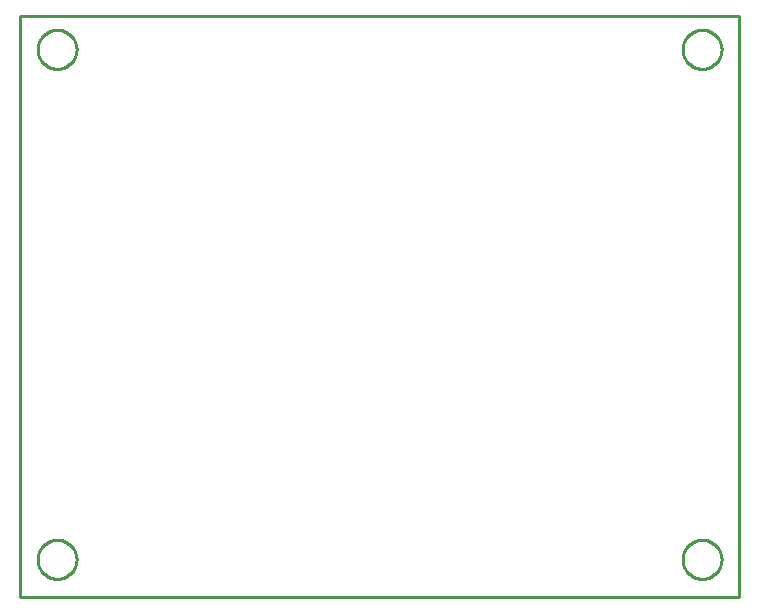
<source format=gbr>
G04 EAGLE Gerber X2 export*
%TF.Part,Single*%
%TF.FileFunction,Profile,NP*%
%TF.FilePolarity,Positive*%
%TF.GenerationSoftware,Autodesk,EAGLE,9.1.3*%
%TF.CreationDate,2019-02-17T14:50:35Z*%
G75*
%MOMM*%
%FSLAX34Y34*%
%LPD*%
%AMOC8*
5,1,8,0,0,1.08239X$1,22.5*%
G01*
%ADD10C,0.254000*%


D10*
X0Y0D02*
X609400Y0D01*
X609400Y492000D01*
X0Y492000D01*
X0Y0D01*
X48260Y463010D02*
X48189Y461931D01*
X48048Y460859D01*
X47837Y459799D01*
X47558Y458755D01*
X47210Y457731D01*
X46796Y456733D01*
X46318Y455763D01*
X45778Y454827D01*
X45177Y453928D01*
X44519Y453071D01*
X43807Y452258D01*
X43042Y451494D01*
X42229Y450781D01*
X41372Y450123D01*
X40473Y449522D01*
X39537Y448982D01*
X38567Y448504D01*
X37569Y448090D01*
X36545Y447742D01*
X35501Y447463D01*
X34441Y447252D01*
X33369Y447111D01*
X32290Y447040D01*
X31210Y447040D01*
X30131Y447111D01*
X29059Y447252D01*
X27999Y447463D01*
X26955Y447742D01*
X25931Y448090D01*
X24933Y448504D01*
X23963Y448982D01*
X23027Y449522D01*
X22128Y450123D01*
X21271Y450781D01*
X20458Y451494D01*
X19694Y452258D01*
X18981Y453071D01*
X18323Y453928D01*
X17722Y454827D01*
X17182Y455763D01*
X16704Y456733D01*
X16290Y457731D01*
X15942Y458755D01*
X15663Y459799D01*
X15452Y460859D01*
X15311Y461931D01*
X15240Y463010D01*
X15240Y464090D01*
X15311Y465169D01*
X15452Y466241D01*
X15663Y467301D01*
X15942Y468345D01*
X16290Y469369D01*
X16704Y470367D01*
X17182Y471337D01*
X17722Y472273D01*
X18323Y473172D01*
X18981Y474029D01*
X19694Y474842D01*
X20458Y475607D01*
X21271Y476319D01*
X22128Y476977D01*
X23027Y477578D01*
X23963Y478118D01*
X24933Y478596D01*
X25931Y479010D01*
X26955Y479358D01*
X27999Y479637D01*
X29059Y479848D01*
X30131Y479989D01*
X31210Y480060D01*
X32290Y480060D01*
X33369Y479989D01*
X34441Y479848D01*
X35501Y479637D01*
X36545Y479358D01*
X37569Y479010D01*
X38567Y478596D01*
X39537Y478118D01*
X40473Y477578D01*
X41372Y476977D01*
X42229Y476319D01*
X43042Y475607D01*
X43807Y474842D01*
X44519Y474029D01*
X45177Y473172D01*
X45778Y472273D01*
X46318Y471337D01*
X46796Y470367D01*
X47210Y469369D01*
X47558Y468345D01*
X47837Y467301D01*
X48048Y466241D01*
X48189Y465169D01*
X48260Y464090D01*
X48260Y463010D01*
X48260Y31210D02*
X48189Y30131D01*
X48048Y29059D01*
X47837Y27999D01*
X47558Y26955D01*
X47210Y25931D01*
X46796Y24933D01*
X46318Y23963D01*
X45778Y23027D01*
X45177Y22128D01*
X44519Y21271D01*
X43807Y20458D01*
X43042Y19694D01*
X42229Y18981D01*
X41372Y18323D01*
X40473Y17722D01*
X39537Y17182D01*
X38567Y16704D01*
X37569Y16290D01*
X36545Y15942D01*
X35501Y15663D01*
X34441Y15452D01*
X33369Y15311D01*
X32290Y15240D01*
X31210Y15240D01*
X30131Y15311D01*
X29059Y15452D01*
X27999Y15663D01*
X26955Y15942D01*
X25931Y16290D01*
X24933Y16704D01*
X23963Y17182D01*
X23027Y17722D01*
X22128Y18323D01*
X21271Y18981D01*
X20458Y19694D01*
X19694Y20458D01*
X18981Y21271D01*
X18323Y22128D01*
X17722Y23027D01*
X17182Y23963D01*
X16704Y24933D01*
X16290Y25931D01*
X15942Y26955D01*
X15663Y27999D01*
X15452Y29059D01*
X15311Y30131D01*
X15240Y31210D01*
X15240Y32290D01*
X15311Y33369D01*
X15452Y34441D01*
X15663Y35501D01*
X15942Y36545D01*
X16290Y37569D01*
X16704Y38567D01*
X17182Y39537D01*
X17722Y40473D01*
X18323Y41372D01*
X18981Y42229D01*
X19694Y43042D01*
X20458Y43807D01*
X21271Y44519D01*
X22128Y45177D01*
X23027Y45778D01*
X23963Y46318D01*
X24933Y46796D01*
X25931Y47210D01*
X26955Y47558D01*
X27999Y47837D01*
X29059Y48048D01*
X30131Y48189D01*
X31210Y48260D01*
X32290Y48260D01*
X33369Y48189D01*
X34441Y48048D01*
X35501Y47837D01*
X36545Y47558D01*
X37569Y47210D01*
X38567Y46796D01*
X39537Y46318D01*
X40473Y45778D01*
X41372Y45177D01*
X42229Y44519D01*
X43042Y43807D01*
X43807Y43042D01*
X44519Y42229D01*
X45177Y41372D01*
X45778Y40473D01*
X46318Y39537D01*
X46796Y38567D01*
X47210Y37569D01*
X47558Y36545D01*
X47837Y35501D01*
X48048Y34441D01*
X48189Y33369D01*
X48260Y32290D01*
X48260Y31210D01*
X594360Y31210D02*
X594289Y30131D01*
X594148Y29059D01*
X593937Y27999D01*
X593658Y26955D01*
X593310Y25931D01*
X592896Y24933D01*
X592418Y23963D01*
X591878Y23027D01*
X591277Y22128D01*
X590619Y21271D01*
X589907Y20458D01*
X589142Y19694D01*
X588329Y18981D01*
X587472Y18323D01*
X586573Y17722D01*
X585637Y17182D01*
X584667Y16704D01*
X583669Y16290D01*
X582645Y15942D01*
X581601Y15663D01*
X580541Y15452D01*
X579469Y15311D01*
X578390Y15240D01*
X577310Y15240D01*
X576231Y15311D01*
X575159Y15452D01*
X574099Y15663D01*
X573055Y15942D01*
X572031Y16290D01*
X571033Y16704D01*
X570063Y17182D01*
X569127Y17722D01*
X568228Y18323D01*
X567371Y18981D01*
X566558Y19694D01*
X565794Y20458D01*
X565081Y21271D01*
X564423Y22128D01*
X563822Y23027D01*
X563282Y23963D01*
X562804Y24933D01*
X562390Y25931D01*
X562042Y26955D01*
X561763Y27999D01*
X561552Y29059D01*
X561411Y30131D01*
X561340Y31210D01*
X561340Y32290D01*
X561411Y33369D01*
X561552Y34441D01*
X561763Y35501D01*
X562042Y36545D01*
X562390Y37569D01*
X562804Y38567D01*
X563282Y39537D01*
X563822Y40473D01*
X564423Y41372D01*
X565081Y42229D01*
X565794Y43042D01*
X566558Y43807D01*
X567371Y44519D01*
X568228Y45177D01*
X569127Y45778D01*
X570063Y46318D01*
X571033Y46796D01*
X572031Y47210D01*
X573055Y47558D01*
X574099Y47837D01*
X575159Y48048D01*
X576231Y48189D01*
X577310Y48260D01*
X578390Y48260D01*
X579469Y48189D01*
X580541Y48048D01*
X581601Y47837D01*
X582645Y47558D01*
X583669Y47210D01*
X584667Y46796D01*
X585637Y46318D01*
X586573Y45778D01*
X587472Y45177D01*
X588329Y44519D01*
X589142Y43807D01*
X589907Y43042D01*
X590619Y42229D01*
X591277Y41372D01*
X591878Y40473D01*
X592418Y39537D01*
X592896Y38567D01*
X593310Y37569D01*
X593658Y36545D01*
X593937Y35501D01*
X594148Y34441D01*
X594289Y33369D01*
X594360Y32290D01*
X594360Y31210D01*
X594360Y463010D02*
X594289Y461931D01*
X594148Y460859D01*
X593937Y459799D01*
X593658Y458755D01*
X593310Y457731D01*
X592896Y456733D01*
X592418Y455763D01*
X591878Y454827D01*
X591277Y453928D01*
X590619Y453071D01*
X589907Y452258D01*
X589142Y451494D01*
X588329Y450781D01*
X587472Y450123D01*
X586573Y449522D01*
X585637Y448982D01*
X584667Y448504D01*
X583669Y448090D01*
X582645Y447742D01*
X581601Y447463D01*
X580541Y447252D01*
X579469Y447111D01*
X578390Y447040D01*
X577310Y447040D01*
X576231Y447111D01*
X575159Y447252D01*
X574099Y447463D01*
X573055Y447742D01*
X572031Y448090D01*
X571033Y448504D01*
X570063Y448982D01*
X569127Y449522D01*
X568228Y450123D01*
X567371Y450781D01*
X566558Y451494D01*
X565794Y452258D01*
X565081Y453071D01*
X564423Y453928D01*
X563822Y454827D01*
X563282Y455763D01*
X562804Y456733D01*
X562390Y457731D01*
X562042Y458755D01*
X561763Y459799D01*
X561552Y460859D01*
X561411Y461931D01*
X561340Y463010D01*
X561340Y464090D01*
X561411Y465169D01*
X561552Y466241D01*
X561763Y467301D01*
X562042Y468345D01*
X562390Y469369D01*
X562804Y470367D01*
X563282Y471337D01*
X563822Y472273D01*
X564423Y473172D01*
X565081Y474029D01*
X565794Y474842D01*
X566558Y475607D01*
X567371Y476319D01*
X568228Y476977D01*
X569127Y477578D01*
X570063Y478118D01*
X571033Y478596D01*
X572031Y479010D01*
X573055Y479358D01*
X574099Y479637D01*
X575159Y479848D01*
X576231Y479989D01*
X577310Y480060D01*
X578390Y480060D01*
X579469Y479989D01*
X580541Y479848D01*
X581601Y479637D01*
X582645Y479358D01*
X583669Y479010D01*
X584667Y478596D01*
X585637Y478118D01*
X586573Y477578D01*
X587472Y476977D01*
X588329Y476319D01*
X589142Y475607D01*
X589907Y474842D01*
X590619Y474029D01*
X591277Y473172D01*
X591878Y472273D01*
X592418Y471337D01*
X592896Y470367D01*
X593310Y469369D01*
X593658Y468345D01*
X593937Y467301D01*
X594148Y466241D01*
X594289Y465169D01*
X594360Y464090D01*
X594360Y463010D01*
M02*

</source>
